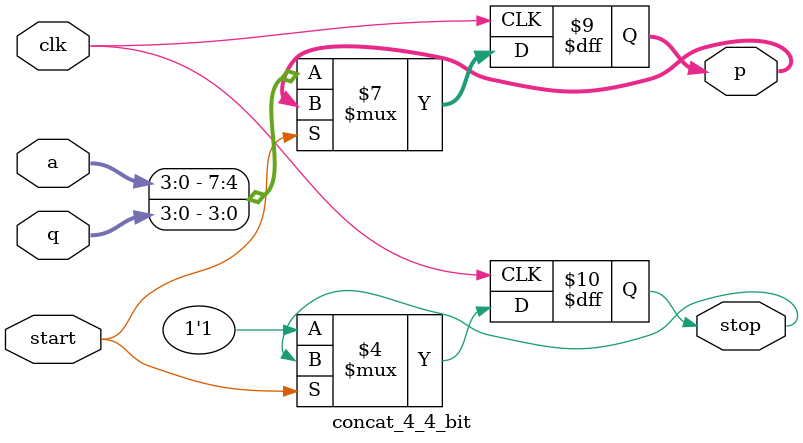
<source format=v>
module concat_4_4_bit (
                        input start,
                        input [3:0] a,q,
                        input clk,
                        output reg [7:0] p,
                        output reg stop
                      );
  
  always @(posedge clk) begin
    if (~start) begin
      p = {a, q};
      stop = 1'b1;
    end
  end

endmodule

</source>
